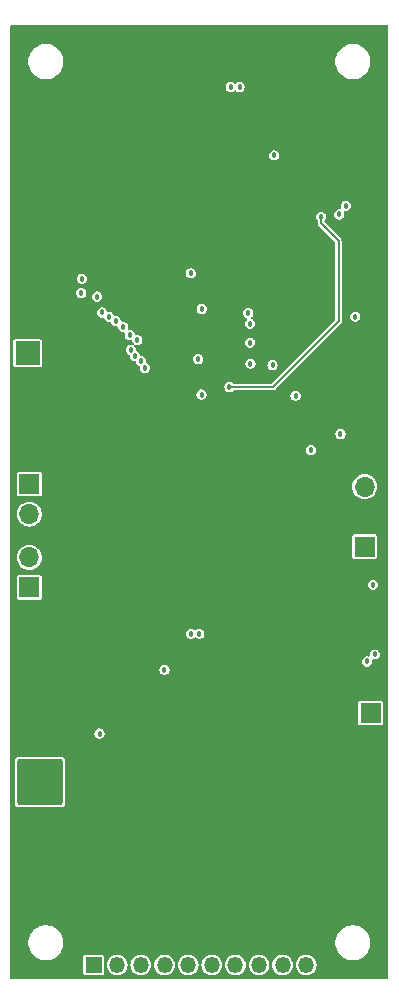
<source format=gbr>
%TF.GenerationSoftware,KiCad,Pcbnew,8.0.7*%
%TF.CreationDate,2025-01-08T02:29:50-05:00*%
%TF.ProjectId,active-drag-system-minimal,61637469-7665-42d6-9472-61672d737973,rev?*%
%TF.SameCoordinates,Original*%
%TF.FileFunction,Copper,L3,Inr*%
%TF.FilePolarity,Positive*%
%FSLAX46Y46*%
G04 Gerber Fmt 4.6, Leading zero omitted, Abs format (unit mm)*
G04 Created by KiCad (PCBNEW 8.0.7) date 2025-01-08 02:29:50*
%MOMM*%
%LPD*%
G01*
G04 APERTURE LIST*
G04 Aperture macros list*
%AMRoundRect*
0 Rectangle with rounded corners*
0 $1 Rounding radius*
0 $2 $3 $4 $5 $6 $7 $8 $9 X,Y pos of 4 corners*
0 Add a 4 corners polygon primitive as box body*
4,1,4,$2,$3,$4,$5,$6,$7,$8,$9,$2,$3,0*
0 Add four circle primitives for the rounded corners*
1,1,$1+$1,$2,$3*
1,1,$1+$1,$4,$5*
1,1,$1+$1,$6,$7*
1,1,$1+$1,$8,$9*
0 Add four rect primitives between the rounded corners*
20,1,$1+$1,$2,$3,$4,$5,0*
20,1,$1+$1,$4,$5,$6,$7,0*
20,1,$1+$1,$6,$7,$8,$9,0*
20,1,$1+$1,$8,$9,$2,$3,0*%
G04 Aperture macros list end*
%TA.AperFunction,ComponentPad*%
%ADD10R,1.700000X1.700000*%
%TD*%
%TA.AperFunction,ComponentPad*%
%ADD11O,1.700000X1.700000*%
%TD*%
%TA.AperFunction,ComponentPad*%
%ADD12RoundRect,0.250002X-1.699998X1.699998X-1.699998X-1.699998X1.699998X-1.699998X1.699998X1.699998X0*%
%TD*%
%TA.AperFunction,ComponentPad*%
%ADD13C,3.900000*%
%TD*%
%TA.AperFunction,ComponentPad*%
%ADD14R,1.350000X1.350000*%
%TD*%
%TA.AperFunction,ComponentPad*%
%ADD15O,1.350000X1.350000*%
%TD*%
%TA.AperFunction,HeatsinkPad*%
%ADD16C,0.457200*%
%TD*%
%TA.AperFunction,ComponentPad*%
%ADD17O,0.900000X1.800000*%
%TD*%
%TA.AperFunction,ComponentPad*%
%ADD18R,2.000000X2.000000*%
%TD*%
%TA.AperFunction,ComponentPad*%
%ADD19C,2.000000*%
%TD*%
%TA.AperFunction,ViaPad*%
%ADD20C,0.457200*%
%TD*%
%TA.AperFunction,Conductor*%
%ADD21C,0.150000*%
%TD*%
G04 APERTURE END LIST*
D10*
%TO.N,/MCU_RP2040/UART0_TX*%
%TO.C,J5*%
X133600000Y-99775000D03*
D11*
%TO.N,/MCU_RP2040/UART0_RX*%
X133600000Y-102315000D03*
%TD*%
D12*
%TO.N,/VBAT*%
%TO.C,J2*%
X134500000Y-125000000D03*
D13*
%TO.N,GND*%
X134500000Y-132800000D03*
%TD*%
D10*
%TO.N,/MCU_RP2040/I2C1_SCL*%
%TO.C,J6*%
X133600000Y-108525000D03*
D11*
%TO.N,/MCU_RP2040/I2C1_SDA*%
X133600000Y-105985000D03*
%TD*%
D14*
%TO.N,/MCU_RP2040/GPIO1*%
%TO.C,J4*%
X139050000Y-140500000D03*
D15*
%TO.N,/MCU_RP2040/GPIO2*%
X141050000Y-140500000D03*
%TO.N,/MCU_RP2040/GPIO3*%
X143050000Y-140500000D03*
%TO.N,/MCU_RP2040/GPIO4*%
X145050000Y-140500000D03*
%TO.N,/MCU_RP2040/GPIO6*%
X147050000Y-140500000D03*
%TO.N,/MCU_RP2040/GPIO7*%
X149050000Y-140500000D03*
%TO.N,/MCU_RP2040/GPIO8*%
X151050000Y-140500000D03*
%TO.N,/MCU_RP2040/GPIO9*%
X153050000Y-140500000D03*
%TO.N,/MCU_RP2040/GPIO10*%
X155050000Y-140500000D03*
%TO.N,/MCU_RP2040/GPIO11*%
X157050000Y-140500000D03*
%TD*%
D16*
%TO.N,GND*%
%TO.C,U1*%
X146212500Y-85750000D03*
X146212500Y-87000000D03*
X146212500Y-88250000D03*
X147462500Y-85750000D03*
X147462500Y-87000000D03*
X147462500Y-88250000D03*
X148712500Y-85750000D03*
X148712500Y-87000000D03*
X148712500Y-88250000D03*
%TD*%
D10*
%TO.N,/+5V*%
%TO.C,J1*%
X162500000Y-119160000D03*
D11*
%TO.N,GND*%
X162500000Y-121700000D03*
%TD*%
D10*
%TO.N,/MCU_RP2040/SWCLK*%
%TO.C,J8*%
X162000000Y-105080000D03*
D11*
%TO.N,GND*%
X162000000Y-102540000D03*
%TO.N,/MCU_RP2040/SWDIO*%
X162000000Y-100000000D03*
%TD*%
D17*
%TO.N,GND*%
%TO.C,J3*%
X151750000Y-62100000D03*
X145150000Y-62100000D03*
%TD*%
D18*
%TO.N,/MCU_RP2040/BUZZ_OUT*%
%TO.C,BZ1*%
X133450000Y-88700000D03*
D19*
%TO.N,GND*%
X133450000Y-96300000D03*
%TD*%
D20*
%TO.N,GND*%
X161750000Y-77750000D03*
X156250000Y-107250000D03*
X146000000Y-77300000D03*
X146462500Y-89562500D03*
X160200000Y-79000000D03*
X137000000Y-120500000D03*
X137200000Y-78800000D03*
X154975000Y-82625000D03*
X159247800Y-111800000D03*
X163050000Y-94150000D03*
X135750000Y-87550000D03*
X138750000Y-85650000D03*
X153150000Y-64550000D03*
X155700000Y-77150000D03*
X136350000Y-102550000D03*
X148997800Y-117600000D03*
X152169586Y-117549874D03*
X138600000Y-88100000D03*
X140300000Y-103050000D03*
X140300000Y-98050000D03*
X159500000Y-107000000D03*
X143850000Y-64550000D03*
X143650000Y-91100000D03*
X151250000Y-95300000D03*
X157250000Y-95050000D03*
X155250000Y-71950000D03*
X152000000Y-77600000D03*
X150800000Y-103050000D03*
X160797800Y-109500000D03*
X161400000Y-86300000D03*
X150800000Y-98050000D03*
X149969586Y-117649874D03*
X153519460Y-118800000D03*
X135450000Y-99400000D03*
X158450000Y-91200000D03*
X149900000Y-77600000D03*
X156200000Y-77800000D03*
X159450000Y-77800000D03*
X149949688Y-125543699D03*
X157425001Y-72575001D03*
X136700000Y-107250000D03*
X156500000Y-68250000D03*
X154597800Y-112850000D03*
X134000000Y-120250000D03*
X138850000Y-81900000D03*
X163100000Y-81600000D03*
X157550000Y-93300000D03*
X153719460Y-124400000D03*
X156600000Y-88300000D03*
X143600000Y-70100000D03*
X159647800Y-110950000D03*
X140700000Y-82600000D03*
X142850000Y-94400000D03*
X145000000Y-114500000D03*
X144847800Y-111900000D03*
X152143387Y-125650000D03*
X136000000Y-120250000D03*
X147600000Y-77400000D03*
X140804164Y-115450000D03*
X152050000Y-90650000D03*
X152713094Y-86613094D03*
X132850000Y-86200000D03*
X144500000Y-91850000D03*
X162550000Y-93700000D03*
%TO.N,/MCU_RP2040/BUZZ_OUT*%
X139350000Y-83900000D03*
%TO.N,+1V1*%
X147262500Y-81937500D03*
X148187500Y-92200000D03*
X148200000Y-84949998D03*
X147900000Y-89200000D03*
%TO.N,/MCU_RP2040/I2C0_SCL*%
X159950000Y-95531502D03*
X160400000Y-76200000D03*
X138050000Y-82400000D03*
X154200000Y-89700000D03*
%TO.N,/MCU_RP2040/I2C0_SDA*%
X138000000Y-83600000D03*
X157450000Y-96900000D03*
X152323231Y-89576769D03*
X159850000Y-76950000D03*
%TO.N,Net-(U3-PG)*%
X139547800Y-120900000D03*
X145047800Y-115500000D03*
%TO.N,/MCU_RP2040/LED_OUT*%
X154350000Y-71950000D03*
X152300000Y-86200000D03*
%TO.N,/MG*%
X161200000Y-85600000D03*
X152300000Y-87800000D03*
%TO.N,/+3V3*%
X152150000Y-85300000D03*
X156150000Y-92300000D03*
X162697800Y-108300000D03*
X162197800Y-114800000D03*
X162847800Y-114200000D03*
%TO.N,/VBUS*%
X150650000Y-66150000D03*
X147997800Y-112450000D03*
X147297800Y-112450000D03*
X151400000Y-66150000D03*
%TO.N,/MAG*%
X158304481Y-77145519D03*
X150550000Y-91550000D03*
%TO.N,/MCU_RP2040/GPIO2*%
X140350000Y-85600000D03*
%TO.N,/MCU_RP2040/GPIO10*%
X143059627Y-89345403D03*
%TO.N,/MCU_RP2040/GPIO4*%
X141550000Y-86450000D03*
%TO.N,/MCU_RP2040/GPIO8*%
X142200000Y-88430600D03*
%TO.N,/MCU_RP2040/GPIO6*%
X142100000Y-87150000D03*
%TO.N,/MCU_RP2040/GPIO7*%
X142750000Y-87569400D03*
%TO.N,/MCU_RP2040/GPIO9*%
X142550000Y-88950000D03*
%TO.N,/MCU_RP2040/GPIO11*%
X143400000Y-89950000D03*
%TO.N,/MCU_RP2040/GPIO3*%
X140950000Y-86000000D03*
%TO.N,/MCU_RP2040/GPIO1*%
X139750000Y-85250000D03*
%TD*%
D21*
%TO.N,/MAG*%
X159800000Y-86000000D02*
X159800000Y-79208961D01*
X150550000Y-91550000D02*
X154250000Y-91550000D01*
X158304481Y-77713442D02*
X158304481Y-77145519D01*
X154250000Y-91550000D02*
X159800000Y-86000000D01*
X159800000Y-79208961D02*
X158304481Y-77713442D01*
%TD*%
%TA.AperFunction,Conductor*%
%TO.N,GND*%
G36*
X163958691Y-60919407D02*
G01*
X163994655Y-60968907D01*
X163999500Y-60999500D01*
X163999500Y-141600500D01*
X163980593Y-141658691D01*
X163931093Y-141694655D01*
X163900500Y-141699500D01*
X132099500Y-141699500D01*
X132041309Y-141680593D01*
X132005345Y-141631093D01*
X132000500Y-141600500D01*
X132000500Y-138483714D01*
X133522500Y-138483714D01*
X133522500Y-138716285D01*
X133558879Y-138945977D01*
X133558881Y-138945982D01*
X133630747Y-139167163D01*
X133736328Y-139374379D01*
X133873026Y-139562527D01*
X134037473Y-139726974D01*
X134225621Y-139863672D01*
X134432837Y-139969253D01*
X134654018Y-140041119D01*
X134654019Y-140041119D01*
X134654022Y-140041120D01*
X134883715Y-140077500D01*
X134883718Y-140077500D01*
X135116285Y-140077500D01*
X135345977Y-140041120D01*
X135345978Y-140041119D01*
X135345982Y-140041119D01*
X135567163Y-139969253D01*
X135774379Y-139863672D01*
X135854786Y-139805253D01*
X138174500Y-139805253D01*
X138174500Y-141194746D01*
X138174501Y-141194758D01*
X138186132Y-141253227D01*
X138186134Y-141253233D01*
X138192249Y-141262384D01*
X138230448Y-141319552D01*
X138296769Y-141363867D01*
X138341231Y-141372711D01*
X138355241Y-141375498D01*
X138355246Y-141375498D01*
X138355252Y-141375500D01*
X138355253Y-141375500D01*
X139744747Y-141375500D01*
X139744748Y-141375500D01*
X139803231Y-141363867D01*
X139869552Y-141319552D01*
X139913867Y-141253231D01*
X139925500Y-141194748D01*
X139925500Y-140500000D01*
X140169678Y-140500000D01*
X140188916Y-140683034D01*
X140245784Y-140858054D01*
X140245790Y-140858068D01*
X140318893Y-140984684D01*
X140337805Y-141017440D01*
X140460950Y-141154207D01*
X140609839Y-141262381D01*
X140609843Y-141262383D01*
X140609845Y-141262384D01*
X140665485Y-141287156D01*
X140777966Y-141337236D01*
X140957981Y-141375500D01*
X140957983Y-141375500D01*
X141142017Y-141375500D01*
X141142019Y-141375500D01*
X141322034Y-141337236D01*
X141490161Y-141262381D01*
X141639050Y-141154207D01*
X141762195Y-141017440D01*
X141854214Y-140858059D01*
X141911085Y-140683029D01*
X141930322Y-140500000D01*
X142169678Y-140500000D01*
X142188916Y-140683034D01*
X142245784Y-140858054D01*
X142245790Y-140858068D01*
X142318893Y-140984684D01*
X142337805Y-141017440D01*
X142460950Y-141154207D01*
X142609839Y-141262381D01*
X142609843Y-141262383D01*
X142609845Y-141262384D01*
X142665485Y-141287156D01*
X142777966Y-141337236D01*
X142957981Y-141375500D01*
X142957983Y-141375500D01*
X143142017Y-141375500D01*
X143142019Y-141375500D01*
X143322034Y-141337236D01*
X143490161Y-141262381D01*
X143639050Y-141154207D01*
X143762195Y-141017440D01*
X143854214Y-140858059D01*
X143911085Y-140683029D01*
X143930322Y-140500000D01*
X144169678Y-140500000D01*
X144188916Y-140683034D01*
X144245784Y-140858054D01*
X144245790Y-140858068D01*
X144318893Y-140984684D01*
X144337805Y-141017440D01*
X144460950Y-141154207D01*
X144609839Y-141262381D01*
X144609843Y-141262383D01*
X144609845Y-141262384D01*
X144665485Y-141287156D01*
X144777966Y-141337236D01*
X144957981Y-141375500D01*
X144957983Y-141375500D01*
X145142017Y-141375500D01*
X145142019Y-141375500D01*
X145322034Y-141337236D01*
X145490161Y-141262381D01*
X145639050Y-141154207D01*
X145762195Y-141017440D01*
X145854214Y-140858059D01*
X145911085Y-140683029D01*
X145930322Y-140500000D01*
X146169678Y-140500000D01*
X146188916Y-140683034D01*
X146245784Y-140858054D01*
X146245790Y-140858068D01*
X146318893Y-140984684D01*
X146337805Y-141017440D01*
X146460950Y-141154207D01*
X146609839Y-141262381D01*
X146609843Y-141262383D01*
X146609845Y-141262384D01*
X146665485Y-141287156D01*
X146777966Y-141337236D01*
X146957981Y-141375500D01*
X146957983Y-141375500D01*
X147142017Y-141375500D01*
X147142019Y-141375500D01*
X147322034Y-141337236D01*
X147490161Y-141262381D01*
X147639050Y-141154207D01*
X147762195Y-141017440D01*
X147854214Y-140858059D01*
X147911085Y-140683029D01*
X147930322Y-140500000D01*
X148169678Y-140500000D01*
X148188916Y-140683034D01*
X148245784Y-140858054D01*
X148245790Y-140858068D01*
X148318893Y-140984684D01*
X148337805Y-141017440D01*
X148460950Y-141154207D01*
X148609839Y-141262381D01*
X148609843Y-141262383D01*
X148609845Y-141262384D01*
X148665485Y-141287156D01*
X148777966Y-141337236D01*
X148957981Y-141375500D01*
X148957983Y-141375500D01*
X149142017Y-141375500D01*
X149142019Y-141375500D01*
X149322034Y-141337236D01*
X149490161Y-141262381D01*
X149639050Y-141154207D01*
X149762195Y-141017440D01*
X149854214Y-140858059D01*
X149911085Y-140683029D01*
X149930322Y-140500000D01*
X150169678Y-140500000D01*
X150188916Y-140683034D01*
X150245784Y-140858054D01*
X150245790Y-140858068D01*
X150318893Y-140984684D01*
X150337805Y-141017440D01*
X150460950Y-141154207D01*
X150609839Y-141262381D01*
X150609843Y-141262383D01*
X150609845Y-141262384D01*
X150665485Y-141287156D01*
X150777966Y-141337236D01*
X150957981Y-141375500D01*
X150957983Y-141375500D01*
X151142017Y-141375500D01*
X151142019Y-141375500D01*
X151322034Y-141337236D01*
X151490161Y-141262381D01*
X151639050Y-141154207D01*
X151762195Y-141017440D01*
X151854214Y-140858059D01*
X151911085Y-140683029D01*
X151930322Y-140500000D01*
X152169678Y-140500000D01*
X152188916Y-140683034D01*
X152245784Y-140858054D01*
X152245790Y-140858068D01*
X152318893Y-140984684D01*
X152337805Y-141017440D01*
X152460950Y-141154207D01*
X152609839Y-141262381D01*
X152609843Y-141262383D01*
X152609845Y-141262384D01*
X152665485Y-141287156D01*
X152777966Y-141337236D01*
X152957981Y-141375500D01*
X152957983Y-141375500D01*
X153142017Y-141375500D01*
X153142019Y-141375500D01*
X153322034Y-141337236D01*
X153490161Y-141262381D01*
X153639050Y-141154207D01*
X153762195Y-141017440D01*
X153854214Y-140858059D01*
X153911085Y-140683029D01*
X153930322Y-140500000D01*
X154169678Y-140500000D01*
X154188916Y-140683034D01*
X154245784Y-140858054D01*
X154245790Y-140858068D01*
X154318893Y-140984684D01*
X154337805Y-141017440D01*
X154460950Y-141154207D01*
X154609839Y-141262381D01*
X154609843Y-141262383D01*
X154609845Y-141262384D01*
X154665485Y-141287156D01*
X154777966Y-141337236D01*
X154957981Y-141375500D01*
X154957983Y-141375500D01*
X155142017Y-141375500D01*
X155142019Y-141375500D01*
X155322034Y-141337236D01*
X155490161Y-141262381D01*
X155639050Y-141154207D01*
X155762195Y-141017440D01*
X155854214Y-140858059D01*
X155911085Y-140683029D01*
X155930322Y-140500000D01*
X156169678Y-140500000D01*
X156188916Y-140683034D01*
X156245784Y-140858054D01*
X156245790Y-140858068D01*
X156318893Y-140984684D01*
X156337805Y-141017440D01*
X156460950Y-141154207D01*
X156609839Y-141262381D01*
X156609843Y-141262383D01*
X156609845Y-141262384D01*
X156665485Y-141287156D01*
X156777966Y-141337236D01*
X156957981Y-141375500D01*
X156957983Y-141375500D01*
X157142017Y-141375500D01*
X157142019Y-141375500D01*
X157322034Y-141337236D01*
X157490161Y-141262381D01*
X157639050Y-141154207D01*
X157762195Y-141017440D01*
X157854214Y-140858059D01*
X157911085Y-140683029D01*
X157930322Y-140500000D01*
X157911085Y-140316971D01*
X157854214Y-140141941D01*
X157854211Y-140141936D01*
X157854209Y-140141931D01*
X157796004Y-140041119D01*
X157762195Y-139982560D01*
X157639050Y-139845793D01*
X157490161Y-139737619D01*
X157490157Y-139737617D01*
X157490154Y-139737615D01*
X157322036Y-139662765D01*
X157322034Y-139662764D01*
X157322031Y-139662763D01*
X157322030Y-139662763D01*
X157275135Y-139652795D01*
X157142019Y-139624500D01*
X156957981Y-139624500D01*
X156860797Y-139645157D01*
X156777969Y-139662763D01*
X156777963Y-139662765D01*
X156609845Y-139737615D01*
X156609842Y-139737617D01*
X156460948Y-139845794D01*
X156337803Y-139982562D01*
X156337803Y-139982563D01*
X156245790Y-140141931D01*
X156245784Y-140141945D01*
X156188916Y-140316965D01*
X156169678Y-140500000D01*
X155930322Y-140500000D01*
X155911085Y-140316971D01*
X155854214Y-140141941D01*
X155854211Y-140141936D01*
X155854209Y-140141931D01*
X155796004Y-140041119D01*
X155762195Y-139982560D01*
X155639050Y-139845793D01*
X155490161Y-139737619D01*
X155490157Y-139737617D01*
X155490154Y-139737615D01*
X155322036Y-139662765D01*
X155322034Y-139662764D01*
X155322031Y-139662763D01*
X155322030Y-139662763D01*
X155275135Y-139652795D01*
X155142019Y-139624500D01*
X154957981Y-139624500D01*
X154860797Y-139645157D01*
X154777969Y-139662763D01*
X154777963Y-139662765D01*
X154609845Y-139737615D01*
X154609842Y-139737617D01*
X154460948Y-139845794D01*
X154337803Y-139982562D01*
X154337803Y-139982563D01*
X154245790Y-140141931D01*
X154245784Y-140141945D01*
X154188916Y-140316965D01*
X154169678Y-140500000D01*
X153930322Y-140500000D01*
X153911085Y-140316971D01*
X153854214Y-140141941D01*
X153854211Y-140141936D01*
X153854209Y-140141931D01*
X153796004Y-140041119D01*
X153762195Y-139982560D01*
X153639050Y-139845793D01*
X153490161Y-139737619D01*
X153490157Y-139737617D01*
X153490154Y-139737615D01*
X153322036Y-139662765D01*
X153322034Y-139662764D01*
X153322031Y-139662763D01*
X153322030Y-139662763D01*
X153275135Y-139652795D01*
X153142019Y-139624500D01*
X152957981Y-139624500D01*
X152860797Y-139645157D01*
X152777969Y-139662763D01*
X152777963Y-139662765D01*
X152609845Y-139737615D01*
X152609842Y-139737617D01*
X152460948Y-139845794D01*
X152337803Y-139982562D01*
X152337803Y-139982563D01*
X152245790Y-140141931D01*
X152245784Y-140141945D01*
X152188916Y-140316965D01*
X152169678Y-140500000D01*
X151930322Y-140500000D01*
X151911085Y-140316971D01*
X151854214Y-140141941D01*
X151854211Y-140141936D01*
X151854209Y-140141931D01*
X151796004Y-140041119D01*
X151762195Y-139982560D01*
X151639050Y-139845793D01*
X151490161Y-139737619D01*
X151490157Y-139737617D01*
X151490154Y-139737615D01*
X151322036Y-139662765D01*
X151322034Y-139662764D01*
X151322031Y-139662763D01*
X151322030Y-139662763D01*
X151275135Y-139652795D01*
X151142019Y-139624500D01*
X150957981Y-139624500D01*
X150860797Y-139645157D01*
X150777969Y-139662763D01*
X150777963Y-139662765D01*
X150609845Y-139737615D01*
X150609842Y-139737617D01*
X150460948Y-139845794D01*
X150337803Y-139982562D01*
X150337803Y-139982563D01*
X150245790Y-140141931D01*
X150245784Y-140141945D01*
X150188916Y-140316965D01*
X150169678Y-140500000D01*
X149930322Y-140500000D01*
X149911085Y-140316971D01*
X149854214Y-140141941D01*
X149854211Y-140141936D01*
X149854209Y-140141931D01*
X149796004Y-140041119D01*
X149762195Y-139982560D01*
X149639050Y-139845793D01*
X149490161Y-139737619D01*
X149490157Y-139737617D01*
X149490154Y-139737615D01*
X149322036Y-139662765D01*
X149322034Y-139662764D01*
X149322031Y-139662763D01*
X149322030Y-139662763D01*
X149275135Y-139652795D01*
X149142019Y-139624500D01*
X148957981Y-139624500D01*
X148860797Y-139645157D01*
X148777969Y-139662763D01*
X148777963Y-139662765D01*
X148609845Y-139737615D01*
X148609842Y-139737617D01*
X148460948Y-139845794D01*
X148337803Y-139982562D01*
X148337803Y-139982563D01*
X148245790Y-140141931D01*
X148245784Y-140141945D01*
X148188916Y-140316965D01*
X148169678Y-140500000D01*
X147930322Y-140500000D01*
X147911085Y-140316971D01*
X147854214Y-140141941D01*
X147854211Y-140141936D01*
X147854209Y-140141931D01*
X147796004Y-140041119D01*
X147762195Y-139982560D01*
X147639050Y-139845793D01*
X147490161Y-139737619D01*
X147490157Y-139737617D01*
X147490154Y-139737615D01*
X147322036Y-139662765D01*
X147322034Y-139662764D01*
X147322031Y-139662763D01*
X147322030Y-139662763D01*
X147275135Y-139652795D01*
X147142019Y-139624500D01*
X146957981Y-139624500D01*
X146860797Y-139645157D01*
X146777969Y-139662763D01*
X146777963Y-139662765D01*
X146609845Y-139737615D01*
X146609842Y-139737617D01*
X146460948Y-139845794D01*
X146337803Y-139982562D01*
X146337803Y-139982563D01*
X146245790Y-140141931D01*
X146245784Y-140141945D01*
X146188916Y-140316965D01*
X146169678Y-140500000D01*
X145930322Y-140500000D01*
X145911085Y-140316971D01*
X145854214Y-140141941D01*
X145854211Y-140141936D01*
X145854209Y-140141931D01*
X145796004Y-140041119D01*
X145762195Y-139982560D01*
X145639050Y-139845793D01*
X145490161Y-139737619D01*
X145490157Y-139737617D01*
X145490154Y-139737615D01*
X145322036Y-139662765D01*
X145322034Y-139662764D01*
X145322031Y-139662763D01*
X145322030Y-139662763D01*
X145275135Y-139652795D01*
X145142019Y-139624500D01*
X144957981Y-139624500D01*
X144860797Y-139645157D01*
X144777969Y-139662763D01*
X144777963Y-139662765D01*
X144609845Y-139737615D01*
X144609842Y-139737617D01*
X144460948Y-139845794D01*
X144337803Y-139982562D01*
X144337803Y-139982563D01*
X144245790Y-140141931D01*
X144245784Y-140141945D01*
X144188916Y-140316965D01*
X144169678Y-140500000D01*
X143930322Y-140500000D01*
X143911085Y-140316971D01*
X143854214Y-140141941D01*
X143854211Y-140141936D01*
X143854209Y-140141931D01*
X143796004Y-140041119D01*
X143762195Y-139982560D01*
X143639050Y-139845793D01*
X143490161Y-139737619D01*
X143490157Y-139737617D01*
X143490154Y-139737615D01*
X143322036Y-139662765D01*
X143322034Y-139662764D01*
X143322031Y-139662763D01*
X143322030Y-139662763D01*
X143275135Y-139652795D01*
X143142019Y-139624500D01*
X142957981Y-139624500D01*
X142860797Y-139645157D01*
X142777969Y-139662763D01*
X142777963Y-139662765D01*
X142609845Y-139737615D01*
X142609842Y-139737617D01*
X142460948Y-139845794D01*
X142337803Y-139982562D01*
X142337803Y-139982563D01*
X142245790Y-140141931D01*
X142245784Y-140141945D01*
X142188916Y-140316965D01*
X142169678Y-140500000D01*
X141930322Y-140500000D01*
X141911085Y-140316971D01*
X141854214Y-140141941D01*
X141854211Y-140141936D01*
X141854209Y-140141931D01*
X141796004Y-140041119D01*
X141762195Y-139982560D01*
X141639050Y-139845793D01*
X141490161Y-139737619D01*
X141490157Y-139737617D01*
X141490154Y-139737615D01*
X141322036Y-139662765D01*
X141322034Y-139662764D01*
X141322031Y-139662763D01*
X141322030Y-139662763D01*
X141275135Y-139652795D01*
X141142019Y-139624500D01*
X140957981Y-139624500D01*
X140860797Y-139645157D01*
X140777969Y-139662763D01*
X140777963Y-139662765D01*
X140609845Y-139737615D01*
X140609842Y-139737617D01*
X140460948Y-139845794D01*
X140337803Y-139982562D01*
X140337803Y-139982563D01*
X140245790Y-140141931D01*
X140245784Y-140141945D01*
X140188916Y-140316965D01*
X140169678Y-140500000D01*
X139925500Y-140500000D01*
X139925500Y-139805252D01*
X139913867Y-139746769D01*
X139869552Y-139680448D01*
X139843088Y-139662765D01*
X139803233Y-139636134D01*
X139803231Y-139636133D01*
X139803228Y-139636132D01*
X139803227Y-139636132D01*
X139744758Y-139624501D01*
X139744748Y-139624500D01*
X138355252Y-139624500D01*
X138355251Y-139624500D01*
X138355241Y-139624501D01*
X138296772Y-139636132D01*
X138296766Y-139636134D01*
X138230451Y-139680445D01*
X138230445Y-139680451D01*
X138186134Y-139746766D01*
X138186132Y-139746772D01*
X138174501Y-139805241D01*
X138174500Y-139805253D01*
X135854786Y-139805253D01*
X135962527Y-139726974D01*
X136126974Y-139562527D01*
X136263672Y-139374379D01*
X136369253Y-139167163D01*
X136441119Y-138945982D01*
X136477500Y-138716282D01*
X136477500Y-138483718D01*
X136477500Y-138483714D01*
X159522500Y-138483714D01*
X159522500Y-138716285D01*
X159558879Y-138945977D01*
X159558881Y-138945982D01*
X159630747Y-139167163D01*
X159736328Y-139374379D01*
X159873026Y-139562527D01*
X160037473Y-139726974D01*
X160225621Y-139863672D01*
X160432837Y-139969253D01*
X160654018Y-140041119D01*
X160654019Y-140041119D01*
X160654022Y-140041120D01*
X160883715Y-140077500D01*
X160883718Y-140077500D01*
X161116285Y-140077500D01*
X161345977Y-140041120D01*
X161345978Y-140041119D01*
X161345982Y-140041119D01*
X161567163Y-139969253D01*
X161774379Y-139863672D01*
X161962527Y-139726974D01*
X162126974Y-139562527D01*
X162263672Y-139374379D01*
X162369253Y-139167163D01*
X162441119Y-138945982D01*
X162477500Y-138716282D01*
X162477500Y-138483718D01*
X162477500Y-138483714D01*
X162441120Y-138254022D01*
X162441119Y-138254018D01*
X162369253Y-138032837D01*
X162263672Y-137825621D01*
X162126974Y-137637473D01*
X161962527Y-137473026D01*
X161774379Y-137336328D01*
X161774378Y-137336327D01*
X161774376Y-137336326D01*
X161567163Y-137230747D01*
X161345977Y-137158879D01*
X161116285Y-137122500D01*
X161116282Y-137122500D01*
X160883718Y-137122500D01*
X160883715Y-137122500D01*
X160654022Y-137158879D01*
X160432836Y-137230747D01*
X160225623Y-137336326D01*
X160037474Y-137473025D01*
X159873025Y-137637474D01*
X159736326Y-137825623D01*
X159630747Y-138032836D01*
X159558879Y-138254022D01*
X159522500Y-138483714D01*
X136477500Y-138483714D01*
X136441120Y-138254022D01*
X136441119Y-138254018D01*
X136369253Y-138032837D01*
X136263672Y-137825621D01*
X136126974Y-137637473D01*
X135962527Y-137473026D01*
X135774379Y-137336328D01*
X135774378Y-137336327D01*
X135774376Y-137336326D01*
X135567163Y-137230747D01*
X135345977Y-137158879D01*
X135116285Y-137122500D01*
X135116282Y-137122500D01*
X134883718Y-137122500D01*
X134883715Y-137122500D01*
X134654022Y-137158879D01*
X134432836Y-137230747D01*
X134225623Y-137336326D01*
X134037474Y-137473025D01*
X133873025Y-137637474D01*
X133736326Y-137825623D01*
X133630747Y-138032836D01*
X133558879Y-138254022D01*
X133522500Y-138483714D01*
X132000500Y-138483714D01*
X132000500Y-123245727D01*
X132349500Y-123245727D01*
X132349500Y-126754272D01*
X132352353Y-126784693D01*
X132352355Y-126784702D01*
X132397206Y-126912880D01*
X132397207Y-126912881D01*
X132477851Y-127022149D01*
X132587119Y-127102793D01*
X132715302Y-127147646D01*
X132745727Y-127150499D01*
X132745729Y-127150500D01*
X132745736Y-127150500D01*
X136254271Y-127150500D01*
X136254271Y-127150499D01*
X136284698Y-127147646D01*
X136412881Y-127102793D01*
X136522149Y-127022149D01*
X136602793Y-126912881D01*
X136647646Y-126784698D01*
X136650499Y-126754271D01*
X136650500Y-126754271D01*
X136650500Y-123245729D01*
X136650499Y-123245727D01*
X136647646Y-123215306D01*
X136647646Y-123215302D01*
X136602793Y-123087119D01*
X136522149Y-122977851D01*
X136412881Y-122897207D01*
X136412880Y-122897206D01*
X136284702Y-122852355D01*
X136284693Y-122852353D01*
X136254272Y-122849500D01*
X136254264Y-122849500D01*
X132745736Y-122849500D01*
X132745727Y-122849500D01*
X132715306Y-122852353D01*
X132715297Y-122852355D01*
X132587119Y-122897206D01*
X132477852Y-122977850D01*
X132477850Y-122977852D01*
X132397206Y-123087119D01*
X132352355Y-123215297D01*
X132352353Y-123215306D01*
X132349500Y-123245727D01*
X132000500Y-123245727D01*
X132000500Y-120899997D01*
X139114287Y-120899997D01*
X139114287Y-120900002D01*
X139131846Y-121022134D01*
X139183106Y-121134375D01*
X139263909Y-121227627D01*
X139367712Y-121294337D01*
X139486105Y-121329100D01*
X139486106Y-121329100D01*
X139609494Y-121329100D01*
X139609495Y-121329100D01*
X139727888Y-121294337D01*
X139831691Y-121227627D01*
X139912494Y-121134375D01*
X139963753Y-121022135D01*
X139981313Y-120900000D01*
X139963753Y-120777865D01*
X139912494Y-120665625D01*
X139831691Y-120572373D01*
X139803445Y-120554220D01*
X139727892Y-120505665D01*
X139727889Y-120505664D01*
X139727888Y-120505663D01*
X139668691Y-120488281D01*
X139609496Y-120470900D01*
X139609495Y-120470900D01*
X139486105Y-120470900D01*
X139486103Y-120470900D01*
X139367712Y-120505663D01*
X139367707Y-120505665D01*
X139263913Y-120572370D01*
X139263908Y-120572374D01*
X139183106Y-120665624D01*
X139131846Y-120777865D01*
X139114287Y-120899997D01*
X132000500Y-120899997D01*
X132000500Y-118290253D01*
X161449500Y-118290253D01*
X161449500Y-120029746D01*
X161449501Y-120029758D01*
X161461132Y-120088227D01*
X161461133Y-120088231D01*
X161505448Y-120154552D01*
X161571769Y-120198867D01*
X161616231Y-120207711D01*
X161630241Y-120210498D01*
X161630246Y-120210498D01*
X161630252Y-120210500D01*
X161630253Y-120210500D01*
X163369747Y-120210500D01*
X163369748Y-120210500D01*
X163428231Y-120198867D01*
X163494552Y-120154552D01*
X163538867Y-120088231D01*
X163550500Y-120029748D01*
X163550500Y-118290252D01*
X163538867Y-118231769D01*
X163494552Y-118165448D01*
X163494548Y-118165445D01*
X163428233Y-118121134D01*
X163428231Y-118121133D01*
X163428228Y-118121132D01*
X163428227Y-118121132D01*
X163369758Y-118109501D01*
X163369748Y-118109500D01*
X161630252Y-118109500D01*
X161630251Y-118109500D01*
X161630241Y-118109501D01*
X161571772Y-118121132D01*
X161571766Y-118121134D01*
X161505451Y-118165445D01*
X161505445Y-118165451D01*
X161461134Y-118231766D01*
X161461132Y-118231772D01*
X161449501Y-118290241D01*
X161449500Y-118290253D01*
X132000500Y-118290253D01*
X132000500Y-115499997D01*
X144614287Y-115499997D01*
X144614287Y-115500002D01*
X144631846Y-115622134D01*
X144683106Y-115734375D01*
X144763909Y-115827627D01*
X144867712Y-115894337D01*
X144986105Y-115929100D01*
X144986106Y-115929100D01*
X145109494Y-115929100D01*
X145109495Y-115929100D01*
X145227888Y-115894337D01*
X145331691Y-115827627D01*
X145412494Y-115734375D01*
X145463753Y-115622135D01*
X145481313Y-115500000D01*
X145463753Y-115377865D01*
X145412494Y-115265625D01*
X145331691Y-115172373D01*
X145262062Y-115127625D01*
X145227892Y-115105665D01*
X145227889Y-115105664D01*
X145227888Y-115105663D01*
X145168691Y-115088281D01*
X145109496Y-115070900D01*
X145109495Y-115070900D01*
X144986105Y-115070900D01*
X144986103Y-115070900D01*
X144867712Y-115105663D01*
X144867707Y-115105665D01*
X144763913Y-115172370D01*
X144763908Y-115172374D01*
X144683106Y-115265624D01*
X144631846Y-115377865D01*
X144614287Y-115499997D01*
X132000500Y-115499997D01*
X132000500Y-114799997D01*
X161764287Y-114799997D01*
X161764287Y-114800002D01*
X161781846Y-114922134D01*
X161833106Y-115034375D01*
X161913909Y-115127627D01*
X162017712Y-115194337D01*
X162136105Y-115229100D01*
X162136106Y-115229100D01*
X162259494Y-115229100D01*
X162259495Y-115229100D01*
X162377888Y-115194337D01*
X162481691Y-115127627D01*
X162562494Y-115034375D01*
X162613753Y-114922135D01*
X162631313Y-114800000D01*
X162620759Y-114726592D01*
X162631192Y-114666303D01*
X162675070Y-114623660D01*
X162735633Y-114614953D01*
X162746642Y-114617512D01*
X162786105Y-114629100D01*
X162786106Y-114629100D01*
X162909494Y-114629100D01*
X162909495Y-114629100D01*
X163027888Y-114594337D01*
X163131691Y-114527627D01*
X163212494Y-114434375D01*
X163263753Y-114322135D01*
X163281313Y-114200000D01*
X163263753Y-114077865D01*
X163212494Y-113965625D01*
X163131691Y-113872373D01*
X163103445Y-113854220D01*
X163027892Y-113805665D01*
X163027889Y-113805664D01*
X163027888Y-113805663D01*
X162968691Y-113788281D01*
X162909496Y-113770900D01*
X162909495Y-113770900D01*
X162786105Y-113770900D01*
X162786103Y-113770900D01*
X162667712Y-113805663D01*
X162667707Y-113805665D01*
X162563913Y-113872370D01*
X162563908Y-113872374D01*
X162483106Y-113965624D01*
X162431846Y-114077865D01*
X162414287Y-114199997D01*
X162414287Y-114200000D01*
X162420876Y-114245834D01*
X162424841Y-114273408D01*
X162414406Y-114333697D01*
X162370528Y-114376339D01*
X162309965Y-114385046D01*
X162298958Y-114382486D01*
X162259501Y-114370901D01*
X162259495Y-114370900D01*
X162136105Y-114370900D01*
X162136103Y-114370900D01*
X162017712Y-114405663D01*
X162017707Y-114405665D01*
X161913913Y-114472370D01*
X161913908Y-114472374D01*
X161833106Y-114565624D01*
X161781846Y-114677865D01*
X161764287Y-114799997D01*
X132000500Y-114799997D01*
X132000500Y-112449997D01*
X146864287Y-112449997D01*
X146864287Y-112450002D01*
X146881846Y-112572134D01*
X146933106Y-112684375D01*
X147013909Y-112777627D01*
X147117712Y-112844337D01*
X147236105Y-112879100D01*
X147236106Y-112879100D01*
X147359494Y-112879100D01*
X147359495Y-112879100D01*
X147477888Y-112844337D01*
X147581691Y-112777627D01*
X147581695Y-112777621D01*
X147582969Y-112776519D01*
X147584273Y-112775967D01*
X147587648Y-112773799D01*
X147588023Y-112774383D01*
X147639329Y-112752702D01*
X147698924Y-112766561D01*
X147712631Y-112776519D01*
X147713907Y-112777625D01*
X147713909Y-112777627D01*
X147713911Y-112777628D01*
X147713913Y-112777630D01*
X147817707Y-112844334D01*
X147817712Y-112844337D01*
X147936105Y-112879100D01*
X147936106Y-112879100D01*
X148059494Y-112879100D01*
X148059495Y-112879100D01*
X148177888Y-112844337D01*
X148281691Y-112777627D01*
X148362494Y-112684375D01*
X148413753Y-112572135D01*
X148431313Y-112450000D01*
X148413753Y-112327865D01*
X148362494Y-112215625D01*
X148281691Y-112122373D01*
X148253445Y-112104220D01*
X148177892Y-112055665D01*
X148177889Y-112055664D01*
X148177888Y-112055663D01*
X148118691Y-112038281D01*
X148059496Y-112020900D01*
X148059495Y-112020900D01*
X147936105Y-112020900D01*
X147936103Y-112020900D01*
X147817712Y-112055663D01*
X147817707Y-112055665D01*
X147713913Y-112122369D01*
X147712631Y-112123481D01*
X147711326Y-112124032D01*
X147707952Y-112126201D01*
X147707576Y-112125616D01*
X147656271Y-112147298D01*
X147596676Y-112133439D01*
X147582969Y-112123481D01*
X147581686Y-112122369D01*
X147477892Y-112055665D01*
X147477889Y-112055664D01*
X147477888Y-112055663D01*
X147418691Y-112038281D01*
X147359496Y-112020900D01*
X147359495Y-112020900D01*
X147236105Y-112020900D01*
X147236103Y-112020900D01*
X147117712Y-112055663D01*
X147117707Y-112055665D01*
X147013913Y-112122370D01*
X147013908Y-112122374D01*
X146933106Y-112215624D01*
X146881846Y-112327865D01*
X146864287Y-112449997D01*
X132000500Y-112449997D01*
X132000500Y-107655253D01*
X132549500Y-107655253D01*
X132549500Y-109394746D01*
X132549501Y-109394758D01*
X132561132Y-109453227D01*
X132561133Y-109453231D01*
X132605448Y-109519552D01*
X132671769Y-109563867D01*
X132716231Y-109572711D01*
X132730241Y-109575498D01*
X132730246Y-109575498D01*
X132730252Y-109575500D01*
X132730253Y-109575500D01*
X134469747Y-109575500D01*
X134469748Y-109575500D01*
X134528231Y-109563867D01*
X134594552Y-109519552D01*
X134638867Y-109453231D01*
X134650500Y-109394748D01*
X134650500Y-108299997D01*
X162264287Y-108299997D01*
X162264287Y-108300002D01*
X162281846Y-108422134D01*
X162333106Y-108534375D01*
X162413909Y-108627627D01*
X162517712Y-108694337D01*
X162636105Y-108729100D01*
X162636106Y-108729100D01*
X162759494Y-108729100D01*
X162759495Y-108729100D01*
X162877888Y-108694337D01*
X162981691Y-108627627D01*
X163062494Y-108534375D01*
X163113753Y-108422135D01*
X163131313Y-108300000D01*
X163113753Y-108177865D01*
X163062494Y-108065625D01*
X162981691Y-107972373D01*
X162953445Y-107954220D01*
X162877892Y-107905665D01*
X162877889Y-107905664D01*
X162877888Y-107905663D01*
X162818691Y-107888281D01*
X162759496Y-107870900D01*
X162759495Y-107870900D01*
X162636105Y-107870900D01*
X162636103Y-107870900D01*
X162517712Y-107905663D01*
X162517707Y-107905665D01*
X162413913Y-107972370D01*
X162413908Y-107972374D01*
X162333106Y-108065624D01*
X162281846Y-108177865D01*
X162264287Y-108299997D01*
X134650500Y-108299997D01*
X134650500Y-107655252D01*
X134638867Y-107596769D01*
X134594552Y-107530448D01*
X134594548Y-107530445D01*
X134528233Y-107486134D01*
X134528231Y-107486133D01*
X134528228Y-107486132D01*
X134528227Y-107486132D01*
X134469758Y-107474501D01*
X134469748Y-107474500D01*
X132730252Y-107474500D01*
X132730251Y-107474500D01*
X132730241Y-107474501D01*
X132671772Y-107486132D01*
X132671766Y-107486134D01*
X132605451Y-107530445D01*
X132605445Y-107530451D01*
X132561134Y-107596766D01*
X132561132Y-107596772D01*
X132549501Y-107655241D01*
X132549500Y-107655253D01*
X132000500Y-107655253D01*
X132000500Y-105984996D01*
X132544417Y-105984996D01*
X132544417Y-105985003D01*
X132564698Y-106190929D01*
X132564699Y-106190934D01*
X132624768Y-106388954D01*
X132722316Y-106571452D01*
X132853585Y-106731404D01*
X132853590Y-106731410D01*
X132853595Y-106731414D01*
X133013547Y-106862683D01*
X133013548Y-106862683D01*
X133013550Y-106862685D01*
X133196046Y-106960232D01*
X133333997Y-107002078D01*
X133394065Y-107020300D01*
X133394070Y-107020301D01*
X133599997Y-107040583D01*
X133600000Y-107040583D01*
X133600003Y-107040583D01*
X133805929Y-107020301D01*
X133805934Y-107020300D01*
X134003954Y-106960232D01*
X134186450Y-106862685D01*
X134346410Y-106731410D01*
X134477685Y-106571450D01*
X134575232Y-106388954D01*
X134635300Y-106190934D01*
X134635301Y-106190929D01*
X134655583Y-105985003D01*
X134655583Y-105984996D01*
X134635301Y-105779070D01*
X134635300Y-105779065D01*
X134617078Y-105718997D01*
X134575232Y-105581046D01*
X134477685Y-105398550D01*
X134346410Y-105238590D01*
X134346404Y-105238585D01*
X134186452Y-105107316D01*
X134003954Y-105009768D01*
X133805934Y-104949699D01*
X133805929Y-104949698D01*
X133600003Y-104929417D01*
X133599997Y-104929417D01*
X133394070Y-104949698D01*
X133394065Y-104949699D01*
X133196045Y-105009768D01*
X133013547Y-105107316D01*
X132853595Y-105238585D01*
X132853585Y-105238595D01*
X132722316Y-105398547D01*
X132624768Y-105581045D01*
X132564699Y-105779065D01*
X132564698Y-105779070D01*
X132544417Y-105984996D01*
X132000500Y-105984996D01*
X132000500Y-104210253D01*
X160949500Y-104210253D01*
X160949500Y-105949746D01*
X160949501Y-105949758D01*
X160961132Y-106008227D01*
X160961133Y-106008231D01*
X161005448Y-106074552D01*
X161071769Y-106118867D01*
X161116231Y-106127711D01*
X161130241Y-106130498D01*
X161130246Y-106130498D01*
X161130252Y-106130500D01*
X161130253Y-106130500D01*
X162869747Y-106130500D01*
X162869748Y-106130500D01*
X162928231Y-106118867D01*
X162994552Y-106074552D01*
X163038867Y-106008231D01*
X163050500Y-105949748D01*
X163050500Y-104210252D01*
X163038867Y-104151769D01*
X162994552Y-104085448D01*
X162994548Y-104085445D01*
X162928233Y-104041134D01*
X162928231Y-104041133D01*
X162928228Y-104041132D01*
X162928227Y-104041132D01*
X162869758Y-104029501D01*
X162869748Y-104029500D01*
X161130252Y-104029500D01*
X161130251Y-104029500D01*
X161130241Y-104029501D01*
X161071772Y-104041132D01*
X161071766Y-104041134D01*
X161005451Y-104085445D01*
X161005445Y-104085451D01*
X160961134Y-104151766D01*
X160961132Y-104151772D01*
X160949501Y-104210241D01*
X160949500Y-104210253D01*
X132000500Y-104210253D01*
X132000500Y-102314996D01*
X132544417Y-102314996D01*
X132544417Y-102315003D01*
X132564698Y-102520929D01*
X132564699Y-102520934D01*
X132624768Y-102718954D01*
X132722316Y-102901452D01*
X132853585Y-103061404D01*
X132853590Y-103061410D01*
X132853595Y-103061414D01*
X133013547Y-103192683D01*
X133013548Y-103192683D01*
X133013550Y-103192685D01*
X133196046Y-103290232D01*
X133333997Y-103332078D01*
X133394065Y-103350300D01*
X133394070Y-103350301D01*
X133599997Y-103370583D01*
X133600000Y-103370583D01*
X133600003Y-103370583D01*
X133805929Y-103350301D01*
X133805934Y-103350300D01*
X134003954Y-103290232D01*
X134186450Y-103192685D01*
X134346410Y-103061410D01*
X134477685Y-102901450D01*
X134575232Y-102718954D01*
X134635300Y-102520934D01*
X134635301Y-102520929D01*
X134655583Y-102315003D01*
X134655583Y-102314996D01*
X134635301Y-102109070D01*
X134635300Y-102109065D01*
X134617078Y-102048997D01*
X134575232Y-101911046D01*
X134477685Y-101728550D01*
X134346410Y-101568590D01*
X134346404Y-101568585D01*
X134186452Y-101437316D01*
X134003954Y-101339768D01*
X133805934Y-101279699D01*
X133805929Y-101279698D01*
X133600003Y-101259417D01*
X133599997Y-101259417D01*
X133394070Y-101279698D01*
X133394065Y-101279699D01*
X133196045Y-101339768D01*
X133013547Y-101437316D01*
X132853595Y-101568585D01*
X132853585Y-101568595D01*
X132722316Y-101728547D01*
X132624768Y-101911045D01*
X132564699Y-102109065D01*
X132564698Y-102109070D01*
X132544417Y-102314996D01*
X132000500Y-102314996D01*
X132000500Y-98905253D01*
X132549500Y-98905253D01*
X132549500Y-100644746D01*
X132549501Y-100644758D01*
X132561132Y-100703227D01*
X132561134Y-100703233D01*
X132589987Y-100746414D01*
X132605448Y-100769552D01*
X132671769Y-100813867D01*
X132716231Y-100822711D01*
X132730241Y-100825498D01*
X132730246Y-100825498D01*
X132730252Y-100825500D01*
X132730253Y-100825500D01*
X134469747Y-100825500D01*
X134469748Y-100825500D01*
X134528231Y-100813867D01*
X134594552Y-100769552D01*
X134638867Y-100703231D01*
X134650500Y-100644748D01*
X134650500Y-99999996D01*
X160944417Y-99999996D01*
X160944417Y-100000003D01*
X160964698Y-100205929D01*
X160964699Y-100205934D01*
X161024768Y-100403954D01*
X161122316Y-100586452D01*
X161218151Y-100703227D01*
X161253590Y-100746410D01*
X161253595Y-100746414D01*
X161413547Y-100877683D01*
X161413548Y-100877683D01*
X161413550Y-100877685D01*
X161596046Y-100975232D01*
X161733997Y-101017078D01*
X161794065Y-101035300D01*
X161794070Y-101035301D01*
X161999997Y-101055583D01*
X162000000Y-101055583D01*
X162000003Y-101055583D01*
X162205929Y-101035301D01*
X162205934Y-101035300D01*
X162403954Y-100975232D01*
X162586450Y-100877685D01*
X162746410Y-100746410D01*
X162877685Y-100586450D01*
X162975232Y-100403954D01*
X163035300Y-100205934D01*
X163035301Y-100205929D01*
X163055583Y-100000003D01*
X163055583Y-99999996D01*
X163035301Y-99794070D01*
X163035300Y-99794065D01*
X163017078Y-99733997D01*
X162975232Y-99596046D01*
X162877685Y-99413550D01*
X162746410Y-99253590D01*
X162746404Y-99253585D01*
X162586452Y-99122316D01*
X162403954Y-99024768D01*
X162205934Y-98964699D01*
X162205929Y-98964698D01*
X162000003Y-98944417D01*
X161999997Y-98944417D01*
X161794070Y-98964698D01*
X161794065Y-98964699D01*
X161596045Y-99024768D01*
X161413547Y-99122316D01*
X161253595Y-99253585D01*
X161253585Y-99253595D01*
X161122316Y-99413547D01*
X161024768Y-99596045D01*
X160964699Y-99794065D01*
X160964698Y-99794070D01*
X160944417Y-99999996D01*
X134650500Y-99999996D01*
X134650500Y-98905252D01*
X134638867Y-98846769D01*
X134594552Y-98780448D01*
X134594548Y-98780445D01*
X134528233Y-98736134D01*
X134528231Y-98736133D01*
X134528228Y-98736132D01*
X134528227Y-98736132D01*
X134469758Y-98724501D01*
X134469748Y-98724500D01*
X132730252Y-98724500D01*
X132730251Y-98724500D01*
X132730241Y-98724501D01*
X132671772Y-98736132D01*
X132671766Y-98736134D01*
X132605451Y-98780445D01*
X132605445Y-98780451D01*
X132561134Y-98846766D01*
X132561132Y-98846772D01*
X132549501Y-98905241D01*
X132549500Y-98905253D01*
X132000500Y-98905253D01*
X132000500Y-96899997D01*
X157016487Y-96899997D01*
X157016487Y-96900002D01*
X157034046Y-97022134D01*
X157085306Y-97134375D01*
X157166109Y-97227627D01*
X157269912Y-97294337D01*
X157388305Y-97329100D01*
X157388306Y-97329100D01*
X157511694Y-97329100D01*
X157511695Y-97329100D01*
X157630088Y-97294337D01*
X157733891Y-97227627D01*
X157814694Y-97134375D01*
X157865953Y-97022135D01*
X157883513Y-96900000D01*
X157865953Y-96777865D01*
X157814694Y-96665625D01*
X157733891Y-96572373D01*
X157705645Y-96554220D01*
X157630092Y-96505665D01*
X157630089Y-96505664D01*
X157630088Y-96505663D01*
X157570891Y-96488281D01*
X157511696Y-96470900D01*
X157511695Y-96470900D01*
X157388305Y-96470900D01*
X157388303Y-96470900D01*
X157269912Y-96505663D01*
X157269907Y-96505665D01*
X157166113Y-96572370D01*
X157166108Y-96572374D01*
X157085306Y-96665624D01*
X157034046Y-96777865D01*
X157016487Y-96899997D01*
X132000500Y-96899997D01*
X132000500Y-95531499D01*
X159516487Y-95531499D01*
X159516487Y-95531504D01*
X159534046Y-95653636D01*
X159585306Y-95765877D01*
X159666109Y-95859129D01*
X159769912Y-95925839D01*
X159888305Y-95960602D01*
X159888306Y-95960602D01*
X160011694Y-95960602D01*
X160011695Y-95960602D01*
X160130088Y-95925839D01*
X160233891Y-95859129D01*
X160314694Y-95765877D01*
X160365953Y-95653637D01*
X160383513Y-95531502D01*
X160365953Y-95409367D01*
X160314694Y-95297127D01*
X160233891Y-95203875D01*
X160205645Y-95185722D01*
X160130092Y-95137167D01*
X160130089Y-95137166D01*
X160130088Y-95137165D01*
X160070891Y-95119783D01*
X160011696Y-95102402D01*
X160011695Y-95102402D01*
X159888305Y-95102402D01*
X159888303Y-95102402D01*
X159769912Y-95137165D01*
X159769907Y-95137167D01*
X159666113Y-95203872D01*
X159666108Y-95203876D01*
X159585306Y-95297126D01*
X159534046Y-95409367D01*
X159516487Y-95531499D01*
X132000500Y-95531499D01*
X132000500Y-92199997D01*
X147753987Y-92199997D01*
X147753987Y-92200002D01*
X147771546Y-92322134D01*
X147817216Y-92422134D01*
X147822806Y-92434375D01*
X147903609Y-92527627D01*
X148007412Y-92594337D01*
X148125805Y-92629100D01*
X148125806Y-92629100D01*
X148249194Y-92629100D01*
X148249195Y-92629100D01*
X148367588Y-92594337D01*
X148471391Y-92527627D01*
X148552194Y-92434375D01*
X148603453Y-92322135D01*
X148606636Y-92299997D01*
X155716487Y-92299997D01*
X155716487Y-92300002D01*
X155734046Y-92422134D01*
X155782223Y-92527625D01*
X155785306Y-92534375D01*
X155866109Y-92627627D01*
X155969912Y-92694337D01*
X156088305Y-92729100D01*
X156088306Y-92729100D01*
X156211694Y-92729100D01*
X156211695Y-92729100D01*
X156330088Y-92694337D01*
X156433891Y-92627627D01*
X156514694Y-92534375D01*
X156565953Y-92422135D01*
X156583513Y-92300000D01*
X156569135Y-92200000D01*
X156565953Y-92177865D01*
X156514694Y-92065625D01*
X156433891Y-91972373D01*
X156390266Y-91944337D01*
X156330092Y-91905665D01*
X156330089Y-91905664D01*
X156330088Y-91905663D01*
X156270891Y-91888281D01*
X156211696Y-91870900D01*
X156211695Y-91870900D01*
X156088305Y-91870900D01*
X156088303Y-91870900D01*
X155969912Y-91905663D01*
X155969907Y-91905665D01*
X155866113Y-91972370D01*
X155866108Y-91972374D01*
X155785306Y-92065624D01*
X155734046Y-92177865D01*
X155716487Y-92299997D01*
X148606636Y-92299997D01*
X148621013Y-92200000D01*
X148603453Y-92077865D01*
X148552194Y-91965625D01*
X148471391Y-91872373D01*
X148402459Y-91828073D01*
X148367592Y-91805665D01*
X148367589Y-91805664D01*
X148367588Y-91805663D01*
X148292298Y-91783556D01*
X148249196Y-91770900D01*
X148249195Y-91770900D01*
X148125805Y-91770900D01*
X148125803Y-91770900D01*
X148007412Y-91805663D01*
X148007407Y-91805665D01*
X147903613Y-91872370D01*
X147903608Y-91872374D01*
X147822806Y-91965624D01*
X147771546Y-92077865D01*
X147753987Y-92199997D01*
X132000500Y-92199997D01*
X132000500Y-91549997D01*
X150116487Y-91549997D01*
X150116487Y-91550002D01*
X150134046Y-91672134D01*
X150149539Y-91706058D01*
X150185306Y-91784375D01*
X150266109Y-91877627D01*
X150369912Y-91944337D01*
X150488305Y-91979100D01*
X150488306Y-91979100D01*
X150611694Y-91979100D01*
X150611695Y-91979100D01*
X150730088Y-91944337D01*
X150833891Y-91877627D01*
X150849452Y-91859668D01*
X150901847Y-91828073D01*
X150924271Y-91825500D01*
X154304799Y-91825500D01*
X154304800Y-91825500D01*
X154406058Y-91783557D01*
X154483557Y-91706058D01*
X154483556Y-91706058D01*
X160033557Y-86156059D01*
X160047510Y-86122373D01*
X160075500Y-86054800D01*
X160075500Y-85599997D01*
X160766487Y-85599997D01*
X160766487Y-85600002D01*
X160784046Y-85722134D01*
X160822193Y-85805663D01*
X160835306Y-85834375D01*
X160916109Y-85927627D01*
X161019912Y-85994337D01*
X161138305Y-86029100D01*
X161138306Y-86029100D01*
X161261694Y-86029100D01*
X161261695Y-86029100D01*
X161380088Y-85994337D01*
X161483891Y-85927627D01*
X161564694Y-85834375D01*
X161615953Y-85722135D01*
X161626846Y-85646372D01*
X161633513Y-85600002D01*
X161633513Y-85599997D01*
X161615953Y-85477865D01*
X161615952Y-85477863D01*
X161564694Y-85365625D01*
X161483891Y-85272373D01*
X161449073Y-85249997D01*
X161380092Y-85205665D01*
X161380089Y-85205664D01*
X161380088Y-85205663D01*
X161285416Y-85177865D01*
X161261696Y-85170900D01*
X161261695Y-85170900D01*
X161138305Y-85170900D01*
X161138303Y-85170900D01*
X161019912Y-85205663D01*
X161019907Y-85205665D01*
X160916113Y-85272370D01*
X160916108Y-85272374D01*
X160835306Y-85365624D01*
X160784046Y-85477865D01*
X160766487Y-85599997D01*
X160075500Y-85599997D01*
X160075500Y-79154161D01*
X160033557Y-79052903D01*
X160033557Y-79052902D01*
X158608977Y-77628322D01*
X158581200Y-77573805D01*
X158579981Y-77558318D01*
X158579981Y-77519754D01*
X158598888Y-77461563D01*
X158604162Y-77454923D01*
X158669175Y-77379894D01*
X158720434Y-77267654D01*
X158726287Y-77226942D01*
X158737994Y-77145521D01*
X158737994Y-77145516D01*
X158720434Y-77023384D01*
X158686920Y-76950000D01*
X158686919Y-76949997D01*
X159416487Y-76949997D01*
X159416487Y-76950002D01*
X159434046Y-77072134D01*
X159467559Y-77145516D01*
X159485306Y-77184375D01*
X159566109Y-77277627D01*
X159669912Y-77344337D01*
X159788305Y-77379100D01*
X159788306Y-77379100D01*
X159911694Y-77379100D01*
X159911695Y-77379100D01*
X160030088Y-77344337D01*
X160133891Y-77277627D01*
X160214694Y-77184375D01*
X160265953Y-77072135D01*
X160283513Y-76950000D01*
X160277926Y-76911144D01*
X160265953Y-76827865D01*
X160239033Y-76768919D01*
X160232058Y-76708132D01*
X160262144Y-76654855D01*
X160317800Y-76629437D01*
X160331224Y-76629630D01*
X160331224Y-76629100D01*
X160461694Y-76629100D01*
X160461695Y-76629100D01*
X160580088Y-76594337D01*
X160683891Y-76527627D01*
X160764694Y-76434375D01*
X160815953Y-76322135D01*
X160833513Y-76200000D01*
X160815953Y-76077865D01*
X160764694Y-75965625D01*
X160683891Y-75872373D01*
X160655645Y-75854220D01*
X160580092Y-75805665D01*
X160580089Y-75805664D01*
X160580088Y-75805663D01*
X160520891Y-75788281D01*
X160461696Y-75770900D01*
X160461695Y-75770900D01*
X160338305Y-75770900D01*
X160338303Y-75770900D01*
X160219912Y-75805663D01*
X160219907Y-75805665D01*
X160116113Y-75872370D01*
X160116108Y-75872374D01*
X160035306Y-75965624D01*
X159984046Y-76077865D01*
X159966487Y-76199997D01*
X159966487Y-76200002D01*
X159984046Y-76322135D01*
X159984046Y-76322136D01*
X160010966Y-76381081D01*
X160017941Y-76441867D01*
X159987855Y-76495144D01*
X159932198Y-76520562D01*
X159918776Y-76520370D01*
X159918776Y-76520900D01*
X159788303Y-76520900D01*
X159669912Y-76555663D01*
X159669907Y-76555665D01*
X159566113Y-76622370D01*
X159566108Y-76622374D01*
X159485306Y-76715624D01*
X159434046Y-76827865D01*
X159416487Y-76949997D01*
X158686919Y-76949997D01*
X158669175Y-76911144D01*
X158588372Y-76817892D01*
X158560126Y-76799739D01*
X158484573Y-76751184D01*
X158484570Y-76751183D01*
X158484569Y-76751182D01*
X158425372Y-76733800D01*
X158366177Y-76716419D01*
X158366176Y-76716419D01*
X158242786Y-76716419D01*
X158242784Y-76716419D01*
X158124393Y-76751182D01*
X158124388Y-76751184D01*
X158020594Y-76817889D01*
X158020589Y-76817893D01*
X157939787Y-76911143D01*
X157888527Y-77023384D01*
X157870968Y-77145516D01*
X157870968Y-77145521D01*
X157888527Y-77267653D01*
X157939787Y-77379894D01*
X158004800Y-77454923D01*
X158028618Y-77511282D01*
X158028981Y-77519754D01*
X158028981Y-77768242D01*
X158070924Y-77869500D01*
X159495505Y-79294081D01*
X159523281Y-79348596D01*
X159524500Y-79364083D01*
X159524500Y-85844876D01*
X159505593Y-85903067D01*
X159495504Y-85914880D01*
X154164881Y-91245504D01*
X154110364Y-91273281D01*
X154094877Y-91274500D01*
X150924271Y-91274500D01*
X150866080Y-91255593D01*
X150849453Y-91240333D01*
X150833891Y-91222373D01*
X150833890Y-91222372D01*
X150833889Y-91222371D01*
X150730092Y-91155665D01*
X150730089Y-91155664D01*
X150730088Y-91155663D01*
X150670891Y-91138281D01*
X150611696Y-91120900D01*
X150611695Y-91120900D01*
X150488305Y-91120900D01*
X150488303Y-91120900D01*
X150369912Y-91155663D01*
X150369907Y-91155665D01*
X150266113Y-91222370D01*
X150266108Y-91222374D01*
X150185306Y-91315624D01*
X150134046Y-91427865D01*
X150116487Y-91549997D01*
X132000500Y-91549997D01*
X132000500Y-87680253D01*
X132249500Y-87680253D01*
X132249500Y-89719746D01*
X132249501Y-89719758D01*
X132261132Y-89778227D01*
X132261134Y-89778233D01*
X132290469Y-89822135D01*
X132305448Y-89844552D01*
X132371769Y-89888867D01*
X132416231Y-89897711D01*
X132430241Y-89900498D01*
X132430246Y-89900498D01*
X132430252Y-89900500D01*
X132430253Y-89900500D01*
X134469747Y-89900500D01*
X134469748Y-89900500D01*
X134528231Y-89888867D01*
X134594552Y-89844552D01*
X134638867Y-89778231D01*
X134650500Y-89719748D01*
X134650500Y-87680252D01*
X134638867Y-87621769D01*
X134594552Y-87555448D01*
X134594548Y-87555445D01*
X134528233Y-87511134D01*
X134528231Y-87511133D01*
X134528228Y-87511132D01*
X134528227Y-87511132D01*
X134469758Y-87499501D01*
X134469748Y-87499500D01*
X132430252Y-87499500D01*
X132430251Y-87499500D01*
X132430241Y-87499501D01*
X132371772Y-87511132D01*
X132371766Y-87511134D01*
X132305451Y-87555445D01*
X132305445Y-87555451D01*
X132261134Y-87621766D01*
X132261132Y-87621772D01*
X132249501Y-87680241D01*
X132249500Y-87680253D01*
X132000500Y-87680253D01*
X132000500Y-85249997D01*
X139316487Y-85249997D01*
X139316487Y-85250002D01*
X139334046Y-85372134D01*
X139382332Y-85477863D01*
X139385306Y-85484375D01*
X139466109Y-85577627D01*
X139509734Y-85605663D01*
X139550307Y-85631738D01*
X139569912Y-85644337D01*
X139688305Y-85679100D01*
X139688306Y-85679100D01*
X139811694Y-85679100D01*
X139811695Y-85679100D01*
X139819936Y-85676680D01*
X139881094Y-85678423D01*
X139929550Y-85715782D01*
X139937885Y-85730541D01*
X139972193Y-85805663D01*
X139985306Y-85834375D01*
X140066109Y-85927627D01*
X140169912Y-85994337D01*
X140288305Y-86029100D01*
X140288306Y-86029100D01*
X140411694Y-86029100D01*
X140411695Y-86029100D01*
X140411695Y-86029099D01*
X140418706Y-86028092D01*
X140419117Y-86030952D01*
X140467741Y-86032315D01*
X140516214Y-86069652D01*
X140532515Y-86111485D01*
X140534046Y-86122134D01*
X140576743Y-86215625D01*
X140585306Y-86234375D01*
X140666109Y-86327627D01*
X140769912Y-86394337D01*
X140888305Y-86429100D01*
X140888306Y-86429100D01*
X141011692Y-86429100D01*
X141011695Y-86429100D01*
X141011697Y-86429099D01*
X141013423Y-86428851D01*
X141014862Y-86429100D01*
X141018776Y-86429100D01*
X141018776Y-86429777D01*
X141073712Y-86439282D01*
X141116357Y-86483158D01*
X141125508Y-86512753D01*
X141134046Y-86572134D01*
X141144185Y-86594334D01*
X141185306Y-86684375D01*
X141266109Y-86777627D01*
X141369912Y-86844337D01*
X141488305Y-86879100D01*
X141488306Y-86879100D01*
X141597938Y-86879100D01*
X141656129Y-86898007D01*
X141692093Y-86947507D01*
X141692093Y-87008693D01*
X141687992Y-87019224D01*
X141684046Y-87027863D01*
X141684046Y-87027864D01*
X141666487Y-87149997D01*
X141666487Y-87150002D01*
X141684046Y-87272134D01*
X141712768Y-87335024D01*
X141735306Y-87384375D01*
X141816109Y-87477627D01*
X141919912Y-87544337D01*
X142038305Y-87579100D01*
X142038306Y-87579100D01*
X142161694Y-87579100D01*
X142161695Y-87579100D01*
X142201930Y-87567286D01*
X142263091Y-87569033D01*
X142311544Y-87606396D01*
X142327814Y-87648187D01*
X142334046Y-87691534D01*
X142383581Y-87799997D01*
X142385306Y-87803775D01*
X142436491Y-87862846D01*
X142460308Y-87919202D01*
X142446450Y-87978798D01*
X142400209Y-88018866D01*
X142339248Y-88024102D01*
X142333780Y-88022665D01*
X142261698Y-88001500D01*
X142261695Y-88001500D01*
X142138305Y-88001500D01*
X142138303Y-88001500D01*
X142019912Y-88036263D01*
X142019907Y-88036265D01*
X141916113Y-88102970D01*
X141916108Y-88102974D01*
X141835306Y-88196224D01*
X141784046Y-88308465D01*
X141766487Y-88430597D01*
X141766487Y-88430602D01*
X141784046Y-88552734D01*
X141835306Y-88664975D01*
X141916109Y-88758227D01*
X142019912Y-88824937D01*
X142047517Y-88833042D01*
X142098024Y-88867576D01*
X142118587Y-88925203D01*
X142117620Y-88942117D01*
X142116487Y-88949999D01*
X142116487Y-88950003D01*
X142134046Y-89072134D01*
X142151809Y-89111028D01*
X142185306Y-89184375D01*
X142266109Y-89277627D01*
X142309734Y-89305663D01*
X142366888Y-89342394D01*
X142369912Y-89344337D01*
X142488305Y-89379100D01*
X142488306Y-89379100D01*
X142545174Y-89379100D01*
X142603365Y-89398007D01*
X142639329Y-89447507D01*
X142643166Y-89464009D01*
X142643673Y-89467537D01*
X142664108Y-89512282D01*
X142694933Y-89579778D01*
X142775736Y-89673030D01*
X142879539Y-89739740D01*
X142909660Y-89748584D01*
X142960168Y-89783119D01*
X142980730Y-89840746D01*
X142979762Y-89857662D01*
X142966487Y-89949996D01*
X142966487Y-89950002D01*
X142984046Y-90072134D01*
X142994185Y-90094334D01*
X143035306Y-90184375D01*
X143116109Y-90277627D01*
X143219912Y-90344337D01*
X143338305Y-90379100D01*
X143338306Y-90379100D01*
X143461694Y-90379100D01*
X143461695Y-90379100D01*
X143580088Y-90344337D01*
X143683891Y-90277627D01*
X143764694Y-90184375D01*
X143815953Y-90072135D01*
X143822352Y-90027625D01*
X143833513Y-89950002D01*
X143833513Y-89949997D01*
X143815953Y-89827865D01*
X143795518Y-89783119D01*
X143764694Y-89715625D01*
X143683891Y-89622373D01*
X143640266Y-89594337D01*
X143580092Y-89555665D01*
X143580089Y-89555664D01*
X143580088Y-89555663D01*
X143549963Y-89546817D01*
X143499457Y-89512282D01*
X143478896Y-89454655D01*
X143479863Y-89437743D01*
X143493140Y-89345403D01*
X143492986Y-89344334D01*
X143475580Y-89223268D01*
X143464952Y-89199997D01*
X147466487Y-89199997D01*
X147466487Y-89200002D01*
X147484046Y-89322134D01*
X147507583Y-89373672D01*
X147535306Y-89434375D01*
X147616109Y-89527627D01*
X147719912Y-89594337D01*
X147838305Y-89629100D01*
X147838306Y-89629100D01*
X147961694Y-89629100D01*
X147961695Y-89629100D01*
X148080088Y-89594337D01*
X148107429Y-89576766D01*
X151889718Y-89576766D01*
X151889718Y-89576771D01*
X151907277Y-89698903D01*
X151925926Y-89739737D01*
X151958537Y-89811144D01*
X152039340Y-89904396D01*
X152143143Y-89971106D01*
X152261536Y-90005869D01*
X152261537Y-90005869D01*
X152384925Y-90005869D01*
X152384926Y-90005869D01*
X152503319Y-89971106D01*
X152607122Y-89904396D01*
X152687925Y-89811144D01*
X152738685Y-89699997D01*
X153766487Y-89699997D01*
X153766487Y-89700002D01*
X153784046Y-89822134D01*
X153821614Y-89904394D01*
X153835306Y-89934375D01*
X153916109Y-90027627D01*
X154019912Y-90094337D01*
X154138305Y-90129100D01*
X154138306Y-90129100D01*
X154261694Y-90129100D01*
X154261695Y-90129100D01*
X154380088Y-90094337D01*
X154483891Y-90027627D01*
X154564694Y-89934375D01*
X154615953Y-89822135D01*
X154627799Y-89739741D01*
X154633513Y-89700002D01*
X154633513Y-89699997D01*
X154615953Y-89577865D01*
X154605814Y-89555665D01*
X154564694Y-89465625D01*
X154483891Y-89372373D01*
X154440266Y-89344337D01*
X154380092Y-89305665D01*
X154380089Y-89305664D01*
X154380088Y-89305663D01*
X154320891Y-89288281D01*
X154261696Y-89270900D01*
X154261695Y-89270900D01*
X154138305Y-89270900D01*
X154138303Y-89270900D01*
X154019912Y-89305663D01*
X154019907Y-89305665D01*
X153916113Y-89372370D01*
X153916108Y-89372374D01*
X153835306Y-89465624D01*
X153784046Y-89577865D01*
X153766487Y-89699997D01*
X152738685Y-89699997D01*
X152739184Y-89698904D01*
X152754218Y-89594337D01*
X152756744Y-89576771D01*
X152756744Y-89576766D01*
X152739184Y-89454634D01*
X152704688Y-89379100D01*
X152687925Y-89342394D01*
X152607122Y-89249142D01*
X152530659Y-89200002D01*
X152503323Y-89182434D01*
X152503320Y-89182433D01*
X152503319Y-89182432D01*
X152444122Y-89165050D01*
X152384927Y-89147669D01*
X152384926Y-89147669D01*
X152261536Y-89147669D01*
X152261534Y-89147669D01*
X152143143Y-89182432D01*
X152143138Y-89182434D01*
X152039344Y-89249139D01*
X152039339Y-89249143D01*
X151958537Y-89342393D01*
X151907277Y-89454634D01*
X151889718Y-89576766D01*
X148107429Y-89576766D01*
X148183891Y-89527627D01*
X148264694Y-89434375D01*
X148315953Y-89322135D01*
X148323319Y-89270900D01*
X148333513Y-89200002D01*
X148333513Y-89199997D01*
X148315953Y-89077865D01*
X148288511Y-89017776D01*
X148264694Y-88965625D01*
X148183891Y-88872373D01*
X148114637Y-88827866D01*
X148080092Y-88805665D01*
X148080089Y-88805664D01*
X148080088Y-88805663D01*
X148020891Y-88788281D01*
X147961696Y-88770900D01*
X147961695Y-88770900D01*
X147838305Y-88770900D01*
X147838303Y-88770900D01*
X147719912Y-88805663D01*
X147719907Y-88805665D01*
X147616113Y-88872370D01*
X147616108Y-88872374D01*
X147535306Y-88965624D01*
X147484046Y-89077865D01*
X147466487Y-89199997D01*
X143464952Y-89199997D01*
X143456931Y-89182434D01*
X143424321Y-89111028D01*
X143343518Y-89017776D01*
X143315272Y-88999623D01*
X143239719Y-88951068D01*
X143239716Y-88951067D01*
X143239715Y-88951066D01*
X143151633Y-88925203D01*
X143121323Y-88916303D01*
X143121322Y-88916303D01*
X143064453Y-88916303D01*
X143006262Y-88897396D01*
X142970298Y-88847896D01*
X142966461Y-88831395D01*
X142965953Y-88827866D01*
X142965952Y-88827863D01*
X142955814Y-88805665D01*
X142914694Y-88715625D01*
X142833891Y-88622373D01*
X142805645Y-88604220D01*
X142730092Y-88555665D01*
X142730089Y-88555663D01*
X142730088Y-88555663D01*
X142702480Y-88547556D01*
X142651974Y-88513021D01*
X142631412Y-88455394D01*
X142632379Y-88438484D01*
X142633513Y-88430600D01*
X142615953Y-88308465D01*
X142564694Y-88196225D01*
X142513507Y-88137152D01*
X142489691Y-88080797D01*
X142503549Y-88021201D01*
X142549790Y-87981133D01*
X142610750Y-87975897D01*
X142616215Y-87977332D01*
X142688305Y-87998500D01*
X142688306Y-87998500D01*
X142811694Y-87998500D01*
X142811695Y-87998500D01*
X142930088Y-87963737D01*
X143033891Y-87897027D01*
X143114694Y-87803775D01*
X143116419Y-87799997D01*
X151866487Y-87799997D01*
X151866487Y-87800002D01*
X151884046Y-87922134D01*
X151929958Y-88022665D01*
X151935306Y-88034375D01*
X152016109Y-88127627D01*
X152119912Y-88194337D01*
X152238305Y-88229100D01*
X152238306Y-88229100D01*
X152361694Y-88229100D01*
X152361695Y-88229100D01*
X152480088Y-88194337D01*
X152583891Y-88127627D01*
X152664694Y-88034375D01*
X152715953Y-87922135D01*
X152724478Y-87862843D01*
X152733513Y-87800002D01*
X152733513Y-87799997D01*
X152715953Y-87677865D01*
X152690333Y-87621766D01*
X152664694Y-87565625D01*
X152583891Y-87472373D01*
X152544822Y-87447265D01*
X152480092Y-87405665D01*
X152480089Y-87405664D01*
X152480088Y-87405663D01*
X152407587Y-87384375D01*
X152361696Y-87370900D01*
X152361695Y-87370900D01*
X152238305Y-87370900D01*
X152238303Y-87370900D01*
X152119912Y-87405663D01*
X152119907Y-87405665D01*
X152016113Y-87472370D01*
X152016108Y-87472374D01*
X151935306Y-87565624D01*
X151884046Y-87677865D01*
X151866487Y-87799997D01*
X143116419Y-87799997D01*
X143165953Y-87691535D01*
X143178194Y-87606396D01*
X143183513Y-87569402D01*
X143183513Y-87569397D01*
X143165953Y-87447265D01*
X143114694Y-87335025D01*
X143033891Y-87241773D01*
X142974163Y-87203388D01*
X142930092Y-87175065D01*
X142930089Y-87175064D01*
X142930088Y-87175063D01*
X142845977Y-87150366D01*
X142811696Y-87140300D01*
X142811695Y-87140300D01*
X142688305Y-87140300D01*
X142688301Y-87140300D01*
X142648068Y-87152114D01*
X142586908Y-87150366D01*
X142538455Y-87113003D01*
X142522185Y-87071215D01*
X142515953Y-87027865D01*
X142464694Y-86915625D01*
X142383891Y-86822373D01*
X142314262Y-86777625D01*
X142280092Y-86755665D01*
X142280089Y-86755664D01*
X142280088Y-86755663D01*
X142220891Y-86738281D01*
X142161696Y-86720900D01*
X142161695Y-86720900D01*
X142052062Y-86720900D01*
X141993871Y-86701993D01*
X141957907Y-86652493D01*
X141957907Y-86591307D01*
X141962008Y-86580776D01*
X141965953Y-86572136D01*
X141965953Y-86572135D01*
X141983513Y-86450002D01*
X141983513Y-86449997D01*
X141965953Y-86327865D01*
X141923257Y-86234375D01*
X141914694Y-86215625D01*
X141833891Y-86122373D01*
X141805645Y-86104220D01*
X141730092Y-86055665D01*
X141730089Y-86055664D01*
X141730088Y-86055663D01*
X141670891Y-86038281D01*
X141611696Y-86020900D01*
X141611695Y-86020900D01*
X141488305Y-86020900D01*
X141488300Y-86020900D01*
X141486560Y-86021150D01*
X141485116Y-86020900D01*
X141481225Y-86020900D01*
X141481225Y-86020226D01*
X141426272Y-86010709D01*
X141383634Y-85966826D01*
X141374491Y-85937249D01*
X141365953Y-85877865D01*
X141314694Y-85765625D01*
X141233891Y-85672373D01*
X141190266Y-85644337D01*
X141130092Y-85605665D01*
X141130089Y-85605664D01*
X141130088Y-85605663D01*
X141070891Y-85588281D01*
X141011696Y-85570900D01*
X141011695Y-85570900D01*
X140888305Y-85570900D01*
X140888303Y-85570900D01*
X140881296Y-85571908D01*
X140880886Y-85569061D01*
X140832179Y-85567656D01*
X140783738Y-85530279D01*
X140767483Y-85488509D01*
X140765953Y-85477865D01*
X140714694Y-85365625D01*
X140633891Y-85272373D01*
X140599073Y-85249997D01*
X140530092Y-85205665D01*
X140530089Y-85205664D01*
X140530088Y-85205663D01*
X140435416Y-85177865D01*
X140411696Y-85170900D01*
X140411695Y-85170900D01*
X140288305Y-85170900D01*
X140288303Y-85170900D01*
X140288299Y-85170901D01*
X140280053Y-85173322D01*
X140218893Y-85171572D01*
X140170442Y-85134207D01*
X140162117Y-85119467D01*
X140114694Y-85015625D01*
X140057826Y-84949995D01*
X147766487Y-84949995D01*
X147766487Y-84950000D01*
X147784046Y-85072132D01*
X147829153Y-85170900D01*
X147835306Y-85184373D01*
X147916109Y-85277625D01*
X148019912Y-85344335D01*
X148138305Y-85379098D01*
X148138306Y-85379098D01*
X148261694Y-85379098D01*
X148261695Y-85379098D01*
X148380088Y-85344335D01*
X148449079Y-85299997D01*
X151716487Y-85299997D01*
X151716487Y-85300002D01*
X151734046Y-85422134D01*
X151759497Y-85477863D01*
X151785306Y-85534375D01*
X151866109Y-85627627D01*
X151969912Y-85694337D01*
X151983917Y-85698449D01*
X152034424Y-85732984D01*
X152054986Y-85790611D01*
X152037748Y-85849318D01*
X152020862Y-85868254D01*
X152016110Y-85872372D01*
X151935306Y-85965624D01*
X151884046Y-86077865D01*
X151866487Y-86199997D01*
X151866487Y-86200002D01*
X151884046Y-86322134D01*
X151917021Y-86394337D01*
X151935306Y-86434375D01*
X152016109Y-86527627D01*
X152119912Y-86594337D01*
X152238305Y-86629100D01*
X152238306Y-86629100D01*
X152361694Y-86629100D01*
X152361695Y-86629100D01*
X152480088Y-86594337D01*
X152583891Y-86527627D01*
X152664694Y-86434375D01*
X152715953Y-86322135D01*
X152733513Y-86200000D01*
X152727195Y-86156059D01*
X152715953Y-86077865D01*
X152705814Y-86055665D01*
X152664694Y-85965625D01*
X152583891Y-85872373D01*
X152524765Y-85834375D01*
X152480092Y-85805665D01*
X152480083Y-85805661D01*
X152466079Y-85801549D01*
X152415573Y-85767012D01*
X152395013Y-85709385D01*
X152412253Y-85650678D01*
X152429145Y-85631738D01*
X152433880Y-85627633D01*
X152433891Y-85627627D01*
X152514694Y-85534375D01*
X152565953Y-85422135D01*
X152583513Y-85300000D01*
X152580296Y-85277627D01*
X152565953Y-85177865D01*
X152543118Y-85127865D01*
X152514694Y-85065625D01*
X152433891Y-84972373D01*
X152356091Y-84922374D01*
X152330092Y-84905665D01*
X152330089Y-84905664D01*
X152330088Y-84905663D01*
X152270891Y-84888281D01*
X152211696Y-84870900D01*
X152211695Y-84870900D01*
X152088305Y-84870900D01*
X152088303Y-84870900D01*
X151969912Y-84905663D01*
X151969907Y-84905665D01*
X151866113Y-84972370D01*
X151866108Y-84972374D01*
X151785306Y-85065624D01*
X151734046Y-85177865D01*
X151716487Y-85299997D01*
X148449079Y-85299997D01*
X148483891Y-85277625D01*
X148564694Y-85184373D01*
X148615953Y-85072133D01*
X148621806Y-85031421D01*
X148633513Y-84950000D01*
X148633513Y-84949995D01*
X148615953Y-84827863D01*
X148612773Y-84820900D01*
X148564694Y-84715623D01*
X148483891Y-84622371D01*
X148455645Y-84604218D01*
X148380092Y-84555663D01*
X148380089Y-84555662D01*
X148380088Y-84555661D01*
X148320891Y-84538279D01*
X148261696Y-84520898D01*
X148261695Y-84520898D01*
X148138305Y-84520898D01*
X148138303Y-84520898D01*
X148019912Y-84555661D01*
X148019907Y-84555663D01*
X147916113Y-84622368D01*
X147916108Y-84622372D01*
X147835306Y-84715622D01*
X147784046Y-84827863D01*
X147766487Y-84949995D01*
X140057826Y-84949995D01*
X140033891Y-84922373D01*
X140005645Y-84904220D01*
X139930092Y-84855665D01*
X139930089Y-84855664D01*
X139930088Y-84855663D01*
X139870891Y-84838281D01*
X139811696Y-84820900D01*
X139811695Y-84820900D01*
X139688305Y-84820900D01*
X139688303Y-84820900D01*
X139569912Y-84855663D01*
X139569907Y-84855665D01*
X139466113Y-84922370D01*
X139466108Y-84922374D01*
X139385306Y-85015624D01*
X139334046Y-85127865D01*
X139316487Y-85249997D01*
X132000500Y-85249997D01*
X132000500Y-83599997D01*
X137566487Y-83599997D01*
X137566487Y-83600002D01*
X137584046Y-83722134D01*
X137609498Y-83777865D01*
X137635306Y-83834375D01*
X137716109Y-83927627D01*
X137819912Y-83994337D01*
X137938305Y-84029100D01*
X137938306Y-84029100D01*
X138061694Y-84029100D01*
X138061695Y-84029100D01*
X138180088Y-83994337D01*
X138283891Y-83927627D01*
X138307832Y-83899997D01*
X138916487Y-83899997D01*
X138916487Y-83900002D01*
X138934046Y-84022134D01*
X138985306Y-84134375D01*
X139066109Y-84227627D01*
X139169912Y-84294337D01*
X139288305Y-84329100D01*
X139288306Y-84329100D01*
X139411694Y-84329100D01*
X139411695Y-84329100D01*
X139530088Y-84294337D01*
X139633891Y-84227627D01*
X139714694Y-84134375D01*
X139765953Y-84022135D01*
X139783513Y-83900000D01*
X139765953Y-83777865D01*
X139714694Y-83665625D01*
X139633891Y-83572373D01*
X139605645Y-83554220D01*
X139530092Y-83505665D01*
X139530089Y-83505664D01*
X139530088Y-83505663D01*
X139435416Y-83477865D01*
X139411696Y-83470900D01*
X139411695Y-83470900D01*
X139288305Y-83470900D01*
X139288303Y-83470900D01*
X139169912Y-83505663D01*
X139169907Y-83505665D01*
X139066113Y-83572370D01*
X139066108Y-83572374D01*
X138985306Y-83665624D01*
X138934046Y-83777865D01*
X138916487Y-83899997D01*
X138307832Y-83899997D01*
X138364694Y-83834375D01*
X138415953Y-83722135D01*
X138433513Y-83600000D01*
X138429540Y-83572370D01*
X138415953Y-83477865D01*
X138412772Y-83470900D01*
X138364694Y-83365625D01*
X138283891Y-83272373D01*
X138255645Y-83254220D01*
X138180092Y-83205665D01*
X138180089Y-83205664D01*
X138180088Y-83205663D01*
X138120891Y-83188281D01*
X138061696Y-83170900D01*
X138061695Y-83170900D01*
X137938305Y-83170900D01*
X137938303Y-83170900D01*
X137819912Y-83205663D01*
X137819907Y-83205665D01*
X137716113Y-83272370D01*
X137716108Y-83272374D01*
X137635306Y-83365624D01*
X137584046Y-83477865D01*
X137566487Y-83599997D01*
X132000500Y-83599997D01*
X132000500Y-82399997D01*
X137616487Y-82399997D01*
X137616487Y-82400002D01*
X137634046Y-82522134D01*
X137685306Y-82634375D01*
X137766109Y-82727627D01*
X137869912Y-82794337D01*
X137988305Y-82829100D01*
X137988306Y-82829100D01*
X138111694Y-82829100D01*
X138111695Y-82829100D01*
X138230088Y-82794337D01*
X138333891Y-82727627D01*
X138414694Y-82634375D01*
X138465953Y-82522135D01*
X138483513Y-82400000D01*
X138473712Y-82331834D01*
X138465953Y-82277865D01*
X138417548Y-82171875D01*
X138414694Y-82165625D01*
X138333891Y-82072373D01*
X138305645Y-82054220D01*
X138230092Y-82005665D01*
X138230089Y-82005664D01*
X138230088Y-82005663D01*
X138170891Y-81988281D01*
X138111696Y-81970900D01*
X138111695Y-81970900D01*
X137988305Y-81970900D01*
X137988303Y-81970900D01*
X137869912Y-82005663D01*
X137869907Y-82005665D01*
X137766113Y-82072370D01*
X137766108Y-82072374D01*
X137685306Y-82165624D01*
X137634046Y-82277865D01*
X137616487Y-82399997D01*
X132000500Y-82399997D01*
X132000500Y-81937497D01*
X146828987Y-81937497D01*
X146828987Y-81937502D01*
X146846546Y-82059634D01*
X146894951Y-82165624D01*
X146897806Y-82171875D01*
X146978609Y-82265127D01*
X147082412Y-82331837D01*
X147200805Y-82366600D01*
X147200806Y-82366600D01*
X147324194Y-82366600D01*
X147324195Y-82366600D01*
X147442588Y-82331837D01*
X147546391Y-82265127D01*
X147627194Y-82171875D01*
X147678453Y-82059635D01*
X147696013Y-81937500D01*
X147678453Y-81815365D01*
X147627194Y-81703125D01*
X147546391Y-81609873D01*
X147518145Y-81591720D01*
X147442592Y-81543165D01*
X147442589Y-81543164D01*
X147442588Y-81543163D01*
X147383391Y-81525781D01*
X147324196Y-81508400D01*
X147324195Y-81508400D01*
X147200805Y-81508400D01*
X147200803Y-81508400D01*
X147082412Y-81543163D01*
X147082407Y-81543165D01*
X146978613Y-81609870D01*
X146978608Y-81609874D01*
X146897806Y-81703124D01*
X146846546Y-81815365D01*
X146828987Y-81937497D01*
X132000500Y-81937497D01*
X132000500Y-71949997D01*
X153916487Y-71949997D01*
X153916487Y-71950002D01*
X153934046Y-72072134D01*
X153985306Y-72184375D01*
X154066109Y-72277627D01*
X154169912Y-72344337D01*
X154288305Y-72379100D01*
X154288306Y-72379100D01*
X154411694Y-72379100D01*
X154411695Y-72379100D01*
X154530088Y-72344337D01*
X154633891Y-72277627D01*
X154714694Y-72184375D01*
X154765953Y-72072135D01*
X154783513Y-71950000D01*
X154765953Y-71827865D01*
X154714694Y-71715625D01*
X154633891Y-71622373D01*
X154605645Y-71604220D01*
X154530092Y-71555665D01*
X154530089Y-71555664D01*
X154530088Y-71555663D01*
X154470891Y-71538281D01*
X154411696Y-71520900D01*
X154411695Y-71520900D01*
X154288305Y-71520900D01*
X154288303Y-71520900D01*
X154169912Y-71555663D01*
X154169907Y-71555665D01*
X154066113Y-71622370D01*
X154066108Y-71622374D01*
X153985306Y-71715624D01*
X153934046Y-71827865D01*
X153916487Y-71949997D01*
X132000500Y-71949997D01*
X132000500Y-66149997D01*
X150216487Y-66149997D01*
X150216487Y-66150002D01*
X150234046Y-66272134D01*
X150275000Y-66361808D01*
X150285306Y-66384375D01*
X150366109Y-66477627D01*
X150469912Y-66544337D01*
X150588305Y-66579100D01*
X150588306Y-66579100D01*
X150711694Y-66579100D01*
X150711695Y-66579100D01*
X150830088Y-66544337D01*
X150933891Y-66477627D01*
X150950181Y-66458826D01*
X151002577Y-66427231D01*
X151063538Y-66432467D01*
X151099818Y-66458826D01*
X151116109Y-66477627D01*
X151219912Y-66544337D01*
X151338305Y-66579100D01*
X151338306Y-66579100D01*
X151461694Y-66579100D01*
X151461695Y-66579100D01*
X151580088Y-66544337D01*
X151683891Y-66477627D01*
X151764694Y-66384375D01*
X151815953Y-66272135D01*
X151833513Y-66150000D01*
X151815953Y-66027865D01*
X151764694Y-65915625D01*
X151683891Y-65822373D01*
X151655645Y-65804220D01*
X151580092Y-65755665D01*
X151580089Y-65755664D01*
X151580088Y-65755663D01*
X151520891Y-65738281D01*
X151461696Y-65720900D01*
X151461695Y-65720900D01*
X151338305Y-65720900D01*
X151338303Y-65720900D01*
X151219912Y-65755663D01*
X151219907Y-65755665D01*
X151116113Y-65822370D01*
X151116110Y-65822372D01*
X151099818Y-65841174D01*
X151047421Y-65872769D01*
X150986460Y-65867531D01*
X150950182Y-65841174D01*
X150933891Y-65822373D01*
X150905645Y-65804220D01*
X150830092Y-65755665D01*
X150830089Y-65755664D01*
X150830088Y-65755663D01*
X150770891Y-65738281D01*
X150711696Y-65720900D01*
X150711695Y-65720900D01*
X150588305Y-65720900D01*
X150588303Y-65720900D01*
X150469912Y-65755663D01*
X150469907Y-65755665D01*
X150366113Y-65822370D01*
X150366108Y-65822374D01*
X150285306Y-65915624D01*
X150234046Y-66027865D01*
X150216487Y-66149997D01*
X132000500Y-66149997D01*
X132000500Y-63883714D01*
X133522500Y-63883714D01*
X133522500Y-64116285D01*
X133558879Y-64345977D01*
X133558881Y-64345982D01*
X133630747Y-64567163D01*
X133736328Y-64774379D01*
X133873026Y-64962527D01*
X134037473Y-65126974D01*
X134225621Y-65263672D01*
X134432837Y-65369253D01*
X134654018Y-65441119D01*
X134654019Y-65441119D01*
X134654022Y-65441120D01*
X134883715Y-65477500D01*
X134883718Y-65477500D01*
X135116285Y-65477500D01*
X135345977Y-65441120D01*
X135345978Y-65441119D01*
X135345982Y-65441119D01*
X135567163Y-65369253D01*
X135774379Y-65263672D01*
X135962527Y-65126974D01*
X136126974Y-64962527D01*
X136263672Y-64774379D01*
X136369253Y-64567163D01*
X136441119Y-64345982D01*
X136477500Y-64116282D01*
X136477500Y-63883718D01*
X136477500Y-63883714D01*
X159522500Y-63883714D01*
X159522500Y-64116285D01*
X159558879Y-64345977D01*
X159558881Y-64345982D01*
X159630747Y-64567163D01*
X159736328Y-64774379D01*
X159873026Y-64962527D01*
X160037473Y-65126974D01*
X160225621Y-65263672D01*
X160432837Y-65369253D01*
X160654018Y-65441119D01*
X160654019Y-65441119D01*
X160654022Y-65441120D01*
X160883715Y-65477500D01*
X160883718Y-65477500D01*
X161116285Y-65477500D01*
X161345977Y-65441120D01*
X161345978Y-65441119D01*
X161345982Y-65441119D01*
X161567163Y-65369253D01*
X161774379Y-65263672D01*
X161962527Y-65126974D01*
X162126974Y-64962527D01*
X162263672Y-64774379D01*
X162369253Y-64567163D01*
X162441119Y-64345982D01*
X162477500Y-64116282D01*
X162477500Y-63883718D01*
X162477500Y-63883714D01*
X162441120Y-63654022D01*
X162441119Y-63654018D01*
X162369253Y-63432837D01*
X162263672Y-63225621D01*
X162126974Y-63037473D01*
X161962527Y-62873026D01*
X161774379Y-62736328D01*
X161774378Y-62736327D01*
X161774376Y-62736326D01*
X161567163Y-62630747D01*
X161345977Y-62558879D01*
X161116285Y-62522500D01*
X161116282Y-62522500D01*
X160883718Y-62522500D01*
X160883715Y-62522500D01*
X160654022Y-62558879D01*
X160432836Y-62630747D01*
X160225623Y-62736326D01*
X160037474Y-62873025D01*
X159873025Y-63037474D01*
X159736326Y-63225623D01*
X159630747Y-63432836D01*
X159558879Y-63654022D01*
X159522500Y-63883714D01*
X136477500Y-63883714D01*
X136441120Y-63654022D01*
X136441119Y-63654018D01*
X136369253Y-63432837D01*
X136263672Y-63225621D01*
X136126974Y-63037473D01*
X135962527Y-62873026D01*
X135774379Y-62736328D01*
X135774378Y-62736327D01*
X135774376Y-62736326D01*
X135567163Y-62630747D01*
X135345977Y-62558879D01*
X135116285Y-62522500D01*
X135116282Y-62522500D01*
X134883718Y-62522500D01*
X134883715Y-62522500D01*
X134654022Y-62558879D01*
X134432836Y-62630747D01*
X134225623Y-62736326D01*
X134037474Y-62873025D01*
X133873025Y-63037474D01*
X133736326Y-63225623D01*
X133630747Y-63432836D01*
X133558879Y-63654022D01*
X133522500Y-63883714D01*
X132000500Y-63883714D01*
X132000500Y-60999500D01*
X132019407Y-60941309D01*
X132068907Y-60905345D01*
X132099500Y-60900500D01*
X163900500Y-60900500D01*
X163958691Y-60919407D01*
G37*
%TD.AperFunction*%
%TD*%
M02*

</source>
